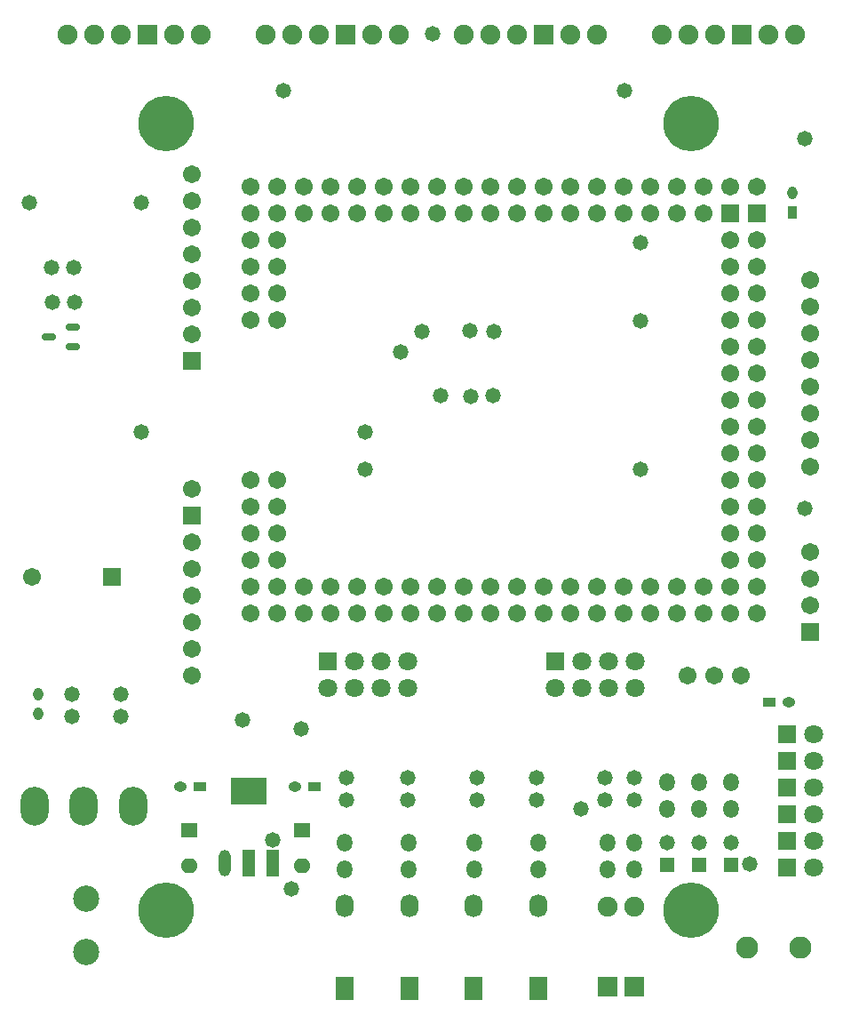
<source format=gbr>
%TF.GenerationSoftware,Altium Limited,Altium Designer,22.3.1 (43)*%
G04 Layer_Color=8388736*
%FSLAX26Y26*%
%MOIN*%
%TF.SameCoordinates,A6686B76-6886-4B69-866F-DC8958589E3E*%
%TF.FilePolarity,Negative*%
%TF.FileFunction,Soldermask,Top*%
%TF.Part,Single*%
G01*
G75*
%TA.AperFunction,SMDPad,CuDef*%
%ADD60R,0.038000X0.048000*%
%ADD61O,0.038000X0.048000*%
%ADD65O,0.045402X0.098551*%
%ADD66R,0.045402X0.098551*%
%ADD67R,0.137921X0.098551*%
%ADD68R,0.063118X0.055244*%
%ADD69O,0.063118X0.055244*%
%ADD70R,0.048000X0.038000*%
%ADD71O,0.048000X0.038000*%
%ADD72C,0.058000*%
%TA.AperFunction,ComponentPad*%
%ADD79R,0.067055X0.067055*%
%ADD80C,0.067055*%
%ADD81R,0.067055X0.067055*%
%ADD82C,0.074929*%
%ADD83R,0.074929X0.074929*%
%ADD84C,0.208000*%
%ADD85R,0.070992X0.070992*%
%ADD86C,0.070992*%
%ADD87O,0.106425X0.145795*%
%ADD88C,0.098551*%
%ADD89C,0.082803*%
%ADD90R,0.070992X0.070992*%
%TA.AperFunction,ViaPad*%
%ADD91C,0.058000*%
%TA.AperFunction,SMDPad,CuDef*%
%ADD95O,0.058000X0.068000*%
%ADD96R,0.058000X0.058000*%
%ADD97R,0.067055X0.086740*%
%ADD98O,0.067055X0.086740*%
%ADD99O,0.055244X0.027685*%
D60*
X2945000Y3013500D02*
D03*
D61*
Y3086500D02*
D03*
X115000Y1206500D02*
D03*
Y1133500D02*
D03*
D65*
X814448Y570724D02*
D03*
D66*
X905000D02*
D03*
X995552D02*
D03*
D67*
X905000Y840724D02*
D03*
D68*
X1105000Y696590D02*
D03*
X680000D02*
D03*
D69*
X1105000Y562732D02*
D03*
X680000D02*
D03*
D70*
X1151500Y860000D02*
D03*
X721500D02*
D03*
X2858500Y1175000D02*
D03*
D71*
X1078500Y860000D02*
D03*
X648500D02*
D03*
X2931500Y1175000D02*
D03*
D72*
X2594900Y647300D02*
D03*
X240200Y1122700D02*
D03*
X240000Y1205000D02*
D03*
X2240000Y892300D02*
D03*
X2240200Y810000D02*
D03*
X2715000Y647300D02*
D03*
X2474800D02*
D03*
X1499800Y892300D02*
D03*
X1500000Y810000D02*
D03*
X1270000Y892300D02*
D03*
X1270200Y810000D02*
D03*
X425000Y1205100D02*
D03*
X425200Y1122800D02*
D03*
X1760000Y892300D02*
D03*
X1760200Y810000D02*
D03*
X1984800Y892300D02*
D03*
X1985000Y810000D02*
D03*
X2350000Y892300D02*
D03*
X2350200Y810000D02*
D03*
X247300Y2805200D02*
D03*
X165000Y2805000D02*
D03*
X167700Y2674800D02*
D03*
X250000Y2675000D02*
D03*
D79*
X3010000Y1440000D02*
D03*
X690000Y1875000D02*
D03*
Y2455000D02*
D03*
D80*
X3010000Y1540000D02*
D03*
Y1640000D02*
D03*
Y1740000D02*
D03*
X91615Y1644999D02*
D03*
X690000Y1275000D02*
D03*
Y1375000D02*
D03*
Y1475000D02*
D03*
Y1575000D02*
D03*
Y1675000D02*
D03*
Y1775000D02*
D03*
Y1975000D02*
D03*
X2710000Y1610000D02*
D03*
Y1510000D02*
D03*
X2810000Y1610000D02*
D03*
Y1510000D02*
D03*
X2710000Y1710000D02*
D03*
X2810000D02*
D03*
X2710000Y1810000D02*
D03*
X2810000D02*
D03*
X2710000Y1910000D02*
D03*
X2810000D02*
D03*
X2710000Y2010000D02*
D03*
X2810000D02*
D03*
X2710000Y2110000D02*
D03*
X2810000D02*
D03*
X2710000Y2210000D02*
D03*
X2810000D02*
D03*
X2710000Y2310000D02*
D03*
X2810000D02*
D03*
X2710000Y2410000D02*
D03*
X2810000D02*
D03*
X2710000Y2510000D02*
D03*
X2810000D02*
D03*
X2710000Y2610000D02*
D03*
X2810000D02*
D03*
X2710000Y2710000D02*
D03*
X2810000D02*
D03*
X2710000Y2810000D02*
D03*
X2810000D02*
D03*
X2710000Y2910000D02*
D03*
X2810000D02*
D03*
X2610000Y1510000D02*
D03*
Y1610000D02*
D03*
X2510000Y1510000D02*
D03*
Y1610000D02*
D03*
X2410000Y1510000D02*
D03*
Y1610000D02*
D03*
X2310000Y1510000D02*
D03*
Y1610000D02*
D03*
X2210000Y1510000D02*
D03*
Y1610000D02*
D03*
X2110000Y1510000D02*
D03*
Y1610000D02*
D03*
X2010000Y1510000D02*
D03*
Y1610000D02*
D03*
X1910000Y1510000D02*
D03*
Y1610000D02*
D03*
X1810000Y1510000D02*
D03*
Y1610000D02*
D03*
X1710000Y1510000D02*
D03*
Y1610000D02*
D03*
X2510000Y3010000D02*
D03*
Y3110000D02*
D03*
X2610000Y3010000D02*
D03*
Y3110000D02*
D03*
X2710000D02*
D03*
X2810000D02*
D03*
X1610000Y1510000D02*
D03*
Y1610000D02*
D03*
X1510000Y1510000D02*
D03*
Y1610000D02*
D03*
X1410000Y1510000D02*
D03*
Y1610000D02*
D03*
X1310000Y1510000D02*
D03*
Y1610000D02*
D03*
X1210000Y1510000D02*
D03*
Y1610000D02*
D03*
X1110000Y1510000D02*
D03*
Y1610000D02*
D03*
X1010000Y1510000D02*
D03*
Y1610000D02*
D03*
X910000Y1510000D02*
D03*
Y1610000D02*
D03*
Y1710000D02*
D03*
X1010000D02*
D03*
X910000Y1810000D02*
D03*
X1010000D02*
D03*
X910000Y1910000D02*
D03*
X1010000D02*
D03*
X910000Y2010000D02*
D03*
X1010000D02*
D03*
Y2610000D02*
D03*
X910000D02*
D03*
X1010000Y2710000D02*
D03*
X910000D02*
D03*
X1010000Y2810000D02*
D03*
X910000D02*
D03*
X1010000Y2910000D02*
D03*
X910000D02*
D03*
Y3010000D02*
D03*
Y3110000D02*
D03*
X1010000Y3010000D02*
D03*
Y3110000D02*
D03*
X1110000Y3010000D02*
D03*
Y3110000D02*
D03*
X1210000Y3010000D02*
D03*
Y3110000D02*
D03*
X1310000Y3010000D02*
D03*
Y3110000D02*
D03*
X1410000Y3010000D02*
D03*
Y3110000D02*
D03*
X1510000Y3010000D02*
D03*
Y3110000D02*
D03*
X1610000Y3010000D02*
D03*
Y3110000D02*
D03*
X1710000Y3010000D02*
D03*
Y3110000D02*
D03*
X1810000Y3010000D02*
D03*
Y3110000D02*
D03*
X1910000Y3010000D02*
D03*
Y3110000D02*
D03*
X2010000Y3010000D02*
D03*
Y3110000D02*
D03*
X2110000Y3010000D02*
D03*
Y3110000D02*
D03*
X2210000Y3010000D02*
D03*
Y3110000D02*
D03*
X2310000Y3010000D02*
D03*
Y3110000D02*
D03*
X2410000Y3010000D02*
D03*
Y3110000D02*
D03*
X2750000Y1275000D02*
D03*
X2650000D02*
D03*
X2550000D02*
D03*
X690000Y2555000D02*
D03*
Y2655000D02*
D03*
Y2755000D02*
D03*
Y2855000D02*
D03*
Y2955000D02*
D03*
Y3055000D02*
D03*
Y3155000D02*
D03*
X3010000Y2060000D02*
D03*
Y2160000D02*
D03*
Y2260000D02*
D03*
Y2360000D02*
D03*
Y2460000D02*
D03*
Y2560000D02*
D03*
Y2660000D02*
D03*
Y2760000D02*
D03*
D81*
X390827Y1644999D02*
D03*
X2710000Y3010000D02*
D03*
X2810000D02*
D03*
D82*
X225000Y3680000D02*
D03*
X725000D02*
D03*
X625000D02*
D03*
X425000D02*
D03*
X325000D02*
D03*
X968334D02*
D03*
X1468334D02*
D03*
X1368334D02*
D03*
X1168334D02*
D03*
X1068334D02*
D03*
X1711666D02*
D03*
X2211666D02*
D03*
X2111666D02*
D03*
X1911666D02*
D03*
X1811666D02*
D03*
X2455000D02*
D03*
X2955000D02*
D03*
X2855000D02*
D03*
X2655000D02*
D03*
X2555000D02*
D03*
X2350000Y410000D02*
D03*
X2250000D02*
D03*
D83*
X525000Y3680000D02*
D03*
X1268334D02*
D03*
X2011666D02*
D03*
X2755000D02*
D03*
X2350000Y110000D02*
D03*
X2250000D02*
D03*
D84*
X2564704Y3346456D02*
D03*
X596200D02*
D03*
X2564704Y393700D02*
D03*
X596200D02*
D03*
D85*
X2925000Y1055000D02*
D03*
Y955000D02*
D03*
Y855000D02*
D03*
Y755000D02*
D03*
Y655000D02*
D03*
Y555000D02*
D03*
D86*
X3025000Y1055000D02*
D03*
Y955000D02*
D03*
Y855000D02*
D03*
Y755000D02*
D03*
Y655000D02*
D03*
Y555000D02*
D03*
X1200000Y1230000D02*
D03*
X1300000D02*
D03*
Y1330000D02*
D03*
X1400000Y1230000D02*
D03*
Y1330000D02*
D03*
X1500000D02*
D03*
Y1230000D02*
D03*
X2055000D02*
D03*
X2155000D02*
D03*
Y1330000D02*
D03*
X2255000Y1230000D02*
D03*
Y1330000D02*
D03*
X2355000D02*
D03*
Y1230000D02*
D03*
D87*
X100000Y785000D02*
D03*
X285040D02*
D03*
X470080D02*
D03*
D88*
X295000Y440000D02*
D03*
Y240000D02*
D03*
D89*
X2775000Y255000D02*
D03*
X2975000D02*
D03*
D90*
X1200000Y1330000D02*
D03*
X2055000D02*
D03*
D91*
X2990617Y1903235D02*
D03*
X2150000Y775000D02*
D03*
X2315000Y3470000D02*
D03*
X1595641Y3681618D02*
D03*
X1035000Y3470000D02*
D03*
X80000Y3050000D02*
D03*
X499993Y2187170D02*
D03*
X1100466Y1073919D02*
D03*
X2990617Y3290000D02*
D03*
X2375000Y2047854D02*
D03*
X1341596D02*
D03*
X2375000Y2900000D02*
D03*
X499993Y3050000D02*
D03*
X880000Y1110000D02*
D03*
X2375000Y2605558D02*
D03*
X1341596Y2187170D02*
D03*
X1065000Y475000D02*
D03*
X2785000Y570000D02*
D03*
X1475000Y2490000D02*
D03*
X1735000Y2570000D02*
D03*
X1555000Y2565000D02*
D03*
X1825000D02*
D03*
X1820000Y2325000D02*
D03*
X1736506Y2321046D02*
D03*
X1625000Y2325104D02*
D03*
X995000Y660000D02*
D03*
D95*
X2595000Y775000D02*
D03*
Y875000D02*
D03*
X2250000Y550000D02*
D03*
Y650000D02*
D03*
X1750000Y550000D02*
D03*
Y650000D02*
D03*
X2715000Y775000D02*
D03*
Y875000D02*
D03*
X2475000D02*
D03*
Y775000D02*
D03*
X1505000Y550000D02*
D03*
Y650000D02*
D03*
X1265000Y550000D02*
D03*
Y650000D02*
D03*
X1990000Y550000D02*
D03*
Y650000D02*
D03*
X2350000Y550000D02*
D03*
Y650000D02*
D03*
D96*
X2595100Y565000D02*
D03*
X2715200D02*
D03*
X2475000D02*
D03*
D97*
X1748334Y103480D02*
D03*
X1506666D02*
D03*
X1265000D02*
D03*
X1990000D02*
D03*
D98*
X1748334Y410566D02*
D03*
X1506666D02*
D03*
X1265000D02*
D03*
X1990000D02*
D03*
D99*
X245000Y2507598D02*
D03*
Y2582402D02*
D03*
X155000Y2545000D02*
D03*
%TF.MD5,68a0242f666fe3c6a66776ac0d055d1e*%
M02*

</source>
